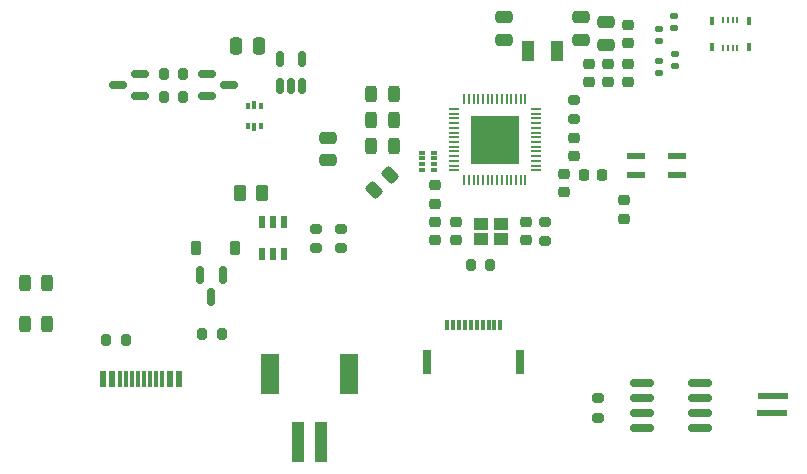
<source format=gtp>
G04 #@! TF.GenerationSoftware,KiCad,Pcbnew,7.0.11-7.0.11~ubuntu22.04.1*
G04 #@! TF.CreationDate,2024-06-26T13:47:26+02:00*
G04 #@! TF.ProjectId,S3-silicon-Sharp-Touch,53332d73-696c-4696-936f-6e2d53686172,rev?*
G04 #@! TF.SameCoordinates,Original*
G04 #@! TF.FileFunction,Paste,Top*
G04 #@! TF.FilePolarity,Positive*
%FSLAX46Y46*%
G04 Gerber Fmt 4.6, Leading zero omitted, Abs format (unit mm)*
G04 Created by KiCad (PCBNEW 7.0.11-7.0.11~ubuntu22.04.1) date 2024-06-26 13:47:26*
%MOMM*%
%LPD*%
G01*
G04 APERTURE LIST*
G04 Aperture macros list*
%AMRoundRect*
0 Rectangle with rounded corners*
0 $1 Rounding radius*
0 $2 $3 $4 $5 $6 $7 $8 $9 X,Y pos of 4 corners*
0 Add a 4 corners polygon primitive as box body*
4,1,4,$2,$3,$4,$5,$6,$7,$8,$9,$2,$3,0*
0 Add four circle primitives for the rounded corners*
1,1,$1+$1,$2,$3*
1,1,$1+$1,$4,$5*
1,1,$1+$1,$6,$7*
1,1,$1+$1,$8,$9*
0 Add four rect primitives between the rounded corners*
20,1,$1+$1,$2,$3,$4,$5,0*
20,1,$1+$1,$4,$5,$6,$7,0*
20,1,$1+$1,$6,$7,$8,$9,0*
20,1,$1+$1,$8,$9,$2,$3,0*%
G04 Aperture macros list end*
%ADD10R,2.514600X0.609600*%
%ADD11R,2.616200X0.609600*%
%ADD12R,0.600000X1.450000*%
%ADD13R,0.300000X1.450000*%
%ADD14RoundRect,0.200000X-0.275000X0.200000X-0.275000X-0.200000X0.275000X-0.200000X0.275000X0.200000X0*%
%ADD15R,1.193800X0.990600*%
%ADD16RoundRect,0.250000X-0.475000X0.250000X-0.475000X-0.250000X0.475000X-0.250000X0.475000X0.250000X0*%
%ADD17RoundRect,0.200000X-0.200000X-0.275000X0.200000X-0.275000X0.200000X0.275000X-0.200000X0.275000X0*%
%ADD18R,0.500000X0.320000*%
%ADD19RoundRect,0.225000X-0.250000X0.225000X-0.250000X-0.225000X0.250000X-0.225000X0.250000X0.225000X0*%
%ADD20RoundRect,0.218750X-0.256250X0.218750X-0.256250X-0.218750X0.256250X-0.218750X0.256250X0.218750X0*%
%ADD21RoundRect,0.200000X0.200000X0.275000X-0.200000X0.275000X-0.200000X-0.275000X0.200000X-0.275000X0*%
%ADD22RoundRect,0.243750X-0.243750X-0.456250X0.243750X-0.456250X0.243750X0.456250X-0.243750X0.456250X0*%
%ADD23RoundRect,0.135000X-0.185000X0.135000X-0.185000X-0.135000X0.185000X-0.135000X0.185000X0.135000X0*%
%ADD24RoundRect,0.150000X-0.587500X-0.150000X0.587500X-0.150000X0.587500X0.150000X-0.587500X0.150000X0*%
%ADD25R,0.220000X0.475000*%
%ADD26R,0.320000X0.650000*%
%ADD27RoundRect,0.225000X0.250000X-0.225000X0.250000X0.225000X-0.250000X0.225000X-0.250000X-0.225000X0*%
%ADD28RoundRect,0.150000X-0.150000X0.587500X-0.150000X-0.587500X0.150000X-0.587500X0.150000X0.587500X0*%
%ADD29RoundRect,0.250000X-0.262500X-0.450000X0.262500X-0.450000X0.262500X0.450000X-0.262500X0.450000X0*%
%ADD30R,1.000000X3.500000*%
%ADD31R,1.500000X3.400000*%
%ADD32R,1.000000X1.800000*%
%ADD33RoundRect,0.150000X-0.825000X-0.150000X0.825000X-0.150000X0.825000X0.150000X-0.825000X0.150000X0*%
%ADD34RoundRect,0.218750X0.218750X0.256250X-0.218750X0.256250X-0.218750X-0.256250X0.218750X-0.256250X0*%
%ADD35R,0.850000X0.200000*%
%ADD36R,0.200000X0.850000*%
%ADD37R,4.050000X4.050000*%
%ADD38RoundRect,0.243750X0.150260X-0.494975X0.494975X-0.150260X-0.150260X0.494975X-0.494975X0.150260X0*%
%ADD39RoundRect,0.225000X-0.225000X-0.375000X0.225000X-0.375000X0.225000X0.375000X-0.225000X0.375000X0*%
%ADD40RoundRect,0.150000X0.150000X-0.512500X0.150000X0.512500X-0.150000X0.512500X-0.150000X-0.512500X0*%
%ADD41RoundRect,0.250000X-0.250000X-0.475000X0.250000X-0.475000X0.250000X0.475000X-0.250000X0.475000X0*%
%ADD42RoundRect,0.200000X0.275000X-0.200000X0.275000X0.200000X-0.275000X0.200000X-0.275000X-0.200000X0*%
%ADD43R,0.558800X0.990600*%
%ADD44R,1.500000X0.600000*%
%ADD45RoundRect,0.150000X0.587500X0.150000X-0.587500X0.150000X-0.587500X-0.150000X0.587500X-0.150000X0*%
%ADD46R,0.300000X0.850000*%
%ADD47R,0.800000X2.000000*%
%ADD48R,0.375000X0.500000*%
%ADD49R,0.300000X0.650000*%
G04 APERTURE END LIST*
D10*
X92854300Y-71100001D03*
D11*
X92905100Y-69599999D03*
D12*
X36140000Y-68170000D03*
X36940000Y-68170000D03*
D13*
X38140000Y-68170000D03*
X39140000Y-68170000D03*
X39640000Y-68170000D03*
X40640000Y-68170000D03*
D12*
X41840000Y-68170000D03*
X42640000Y-68170000D03*
X42640000Y-68170000D03*
X41840000Y-68170000D03*
D13*
X41140000Y-68170000D03*
X40140000Y-68170000D03*
X38640000Y-68170000D03*
X37640000Y-68170000D03*
D12*
X36940000Y-68170000D03*
X36140000Y-68170000D03*
D14*
X76020000Y-44565000D03*
X76020000Y-46215000D03*
D15*
X68159999Y-56339999D03*
X69860001Y-56339999D03*
X69860001Y-55040001D03*
X68159999Y-55040001D03*
D16*
X78800000Y-38000000D03*
X78800000Y-39900000D03*
D17*
X41335000Y-44280000D03*
X42985000Y-44280000D03*
D18*
X63180000Y-49020000D03*
X63180000Y-49520000D03*
X63180000Y-50020000D03*
X63180000Y-50520000D03*
X64180000Y-50520000D03*
X64180000Y-50020000D03*
X64180000Y-49520000D03*
X64180000Y-49020000D03*
D19*
X64270000Y-51810000D03*
X64270000Y-53360000D03*
D20*
X78940000Y-41492500D03*
X78940000Y-43067500D03*
D21*
X38125000Y-64860000D03*
X36475000Y-64860000D03*
D22*
X29575000Y-60100000D03*
X31450000Y-60100000D03*
D23*
X84530000Y-37420000D03*
X84530000Y-38440000D03*
D24*
X44982500Y-42370000D03*
X44982500Y-44270000D03*
X46857500Y-43320000D03*
D22*
X58902500Y-48433332D03*
X60777500Y-48433332D03*
D25*
X88700004Y-40207499D03*
X89100003Y-40207499D03*
X89500003Y-40207499D03*
X89900002Y-40207499D03*
X88700004Y-37782501D03*
X89100003Y-37782501D03*
X89500003Y-37782501D03*
X89900002Y-37782501D03*
D26*
X87750006Y-37910000D03*
X90850000Y-37910000D03*
X87750006Y-40080000D03*
X90850000Y-40080000D03*
D19*
X80670000Y-38185000D03*
X80670000Y-39735000D03*
D16*
X55255000Y-47775000D03*
X55255000Y-49675000D03*
D27*
X80590000Y-43055000D03*
X80590000Y-41505000D03*
D28*
X46310000Y-59415000D03*
X44410000Y-59415000D03*
X45360000Y-61290000D03*
D16*
X70100000Y-37550000D03*
X70100000Y-39450000D03*
D19*
X66085000Y-54915000D03*
X66085000Y-56465000D03*
D14*
X73600000Y-54865000D03*
X73600000Y-56515000D03*
D23*
X83260000Y-38580000D03*
X83260000Y-39600000D03*
D19*
X75220000Y-50800000D03*
X75220000Y-52350000D03*
D29*
X47780000Y-52420000D03*
X49605000Y-52420000D03*
D30*
X54660000Y-73530000D03*
X52660000Y-73530000D03*
D31*
X57010000Y-67780000D03*
X50310000Y-67780000D03*
D21*
X68955000Y-58510000D03*
X67305000Y-58510000D03*
D16*
X76650000Y-37550000D03*
X76650000Y-39450000D03*
D32*
X74625000Y-40400000D03*
X72125000Y-40400000D03*
D33*
X81780000Y-68570000D03*
X81780000Y-69840000D03*
X81780000Y-71110000D03*
X81780000Y-72380000D03*
X86730000Y-72380000D03*
X86730000Y-71110000D03*
X86730000Y-69840000D03*
X86730000Y-68570000D03*
D34*
X78437500Y-50910000D03*
X76862500Y-50910000D03*
D35*
X72800000Y-50525000D03*
X72800000Y-50125000D03*
X72800000Y-49725000D03*
X72800000Y-49325000D03*
X72800000Y-48925000D03*
X72800000Y-48525000D03*
X72800000Y-48125000D03*
X72800000Y-47725000D03*
X72800000Y-47325000D03*
X72800000Y-46925000D03*
X72800000Y-46525000D03*
X72800000Y-46125000D03*
X72800000Y-45725000D03*
X72800000Y-45325000D03*
D36*
X71950000Y-44475000D03*
X71550000Y-44475000D03*
X71150000Y-44475000D03*
X70750000Y-44475000D03*
X70350000Y-44475000D03*
X69950000Y-44475000D03*
X69550000Y-44475000D03*
X69150000Y-44475000D03*
X68750000Y-44475000D03*
X68350000Y-44475000D03*
X67950000Y-44475000D03*
X67550000Y-44475000D03*
X67150000Y-44475000D03*
X66750000Y-44475000D03*
D35*
X65900000Y-45325000D03*
X65900000Y-45725000D03*
X65900000Y-46125000D03*
X65900000Y-46525000D03*
X65900000Y-46925000D03*
X65900000Y-47325000D03*
X65900000Y-47725000D03*
X65900000Y-48125000D03*
X65900000Y-48525000D03*
X65900000Y-48925000D03*
X65900000Y-49325000D03*
X65900000Y-49725000D03*
X65900000Y-50125000D03*
X65900000Y-50525000D03*
D36*
X66750000Y-51375000D03*
X67150000Y-51375000D03*
X67550000Y-51375000D03*
X67950000Y-51375000D03*
X68350000Y-51375000D03*
X68750000Y-51375000D03*
X69150000Y-51375000D03*
X69550000Y-51375000D03*
X69950000Y-51375000D03*
X70350000Y-51375000D03*
X70750000Y-51375000D03*
X71150000Y-51375000D03*
X71550000Y-51375000D03*
X71950000Y-51375000D03*
D37*
X69350000Y-47925000D03*
D38*
X59137087Y-52212913D03*
X60462913Y-50887087D03*
D39*
X44052500Y-57062500D03*
X47352500Y-57062500D03*
D21*
X42985000Y-42350000D03*
X41335000Y-42350000D03*
D40*
X51160000Y-43397500D03*
X52110000Y-43397500D03*
X53060000Y-43397500D03*
X53060000Y-41122500D03*
X51160000Y-41122500D03*
D14*
X78125000Y-69825000D03*
X78125000Y-71475000D03*
D19*
X80270000Y-53080000D03*
X80270000Y-54630000D03*
D22*
X58902500Y-44080000D03*
X60777500Y-44080000D03*
D23*
X83230000Y-41280000D03*
X83230000Y-42300000D03*
D22*
X58902500Y-46256666D03*
X60777500Y-46256666D03*
D41*
X47480000Y-40010000D03*
X49380000Y-40010000D03*
D23*
X84580000Y-40680000D03*
X84580000Y-41700000D03*
D42*
X54210000Y-57105000D03*
X54210000Y-55455000D03*
D19*
X77290000Y-41505000D03*
X77290000Y-43055000D03*
D22*
X29575000Y-63500000D03*
X31450000Y-63500000D03*
D43*
X49599998Y-57610000D03*
X50549999Y-57610000D03*
X51500000Y-57610000D03*
X51500000Y-54892200D03*
X50549999Y-54892200D03*
X49599998Y-54892200D03*
D44*
X81280000Y-50880000D03*
X84780000Y-50880000D03*
X84780000Y-49280000D03*
X81280000Y-49280000D03*
D42*
X56310000Y-57105000D03*
X56310000Y-55455000D03*
D45*
X39340000Y-44270000D03*
X39340000Y-42370000D03*
X37465000Y-43320000D03*
D19*
X76020000Y-47755000D03*
X76020000Y-49305000D03*
D27*
X71960000Y-56465000D03*
X71960000Y-54915000D03*
D21*
X46225000Y-64360000D03*
X44575000Y-64360000D03*
D46*
X65320000Y-63595000D03*
X65820000Y-63595000D03*
X66320000Y-63595000D03*
X66820000Y-63595000D03*
X67320000Y-63595000D03*
X67820000Y-63595000D03*
X68320000Y-63595000D03*
X68820000Y-63595000D03*
X69320000Y-63595000D03*
X69820000Y-63595000D03*
D47*
X63620000Y-66770000D03*
X71520000Y-66770000D03*
D27*
X64260000Y-56465000D03*
X64260000Y-54915000D03*
D48*
X48462500Y-46760000D03*
D49*
X49000000Y-46835000D03*
D48*
X49537500Y-46760000D03*
X49537500Y-45060000D03*
D49*
X49000000Y-44985000D03*
D48*
X48462500Y-45060000D03*
M02*

</source>
